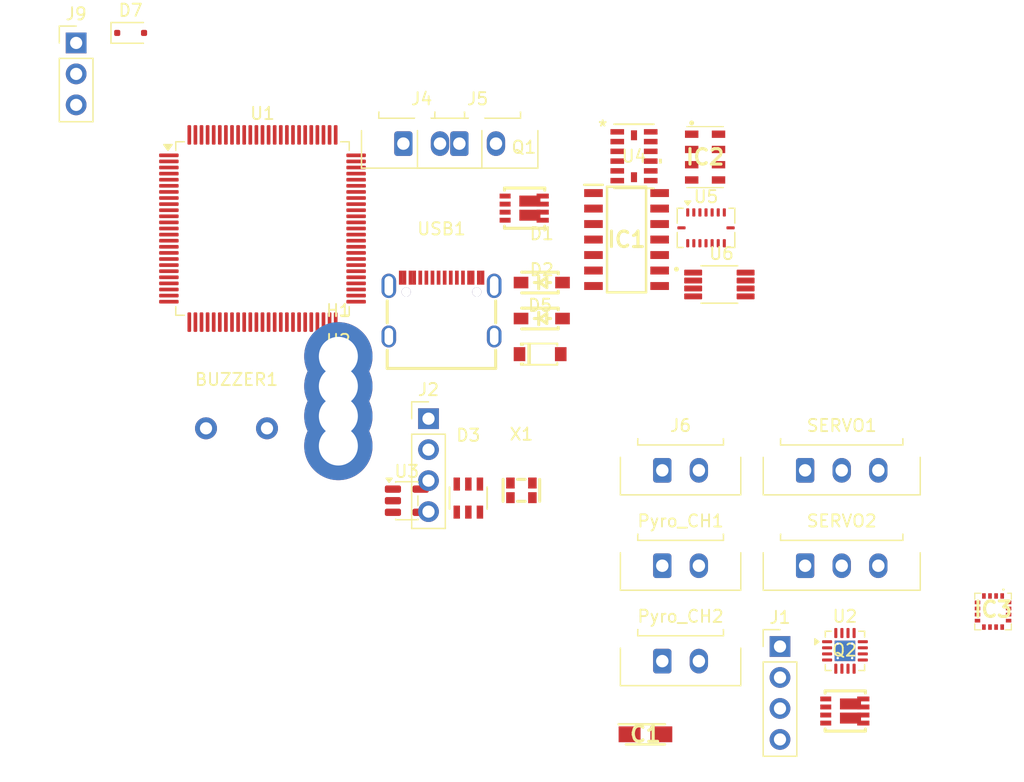
<source format=kicad_pcb>
(kicad_pcb (version 20241229) (generator "pcbnew") (generator_version "9.0")
  (layers (0 "F.Cu" signal) (2 "B.Cu" signal) (13 "F.Paste" user) (15 "B.Paste" user) (5 "F.SilkS" user "F.Silkscreen") (7 "B.SilkS" user "B.Silkscreen") (1 "F.Mask" user) (3 "B.Mask" user) (25 "Edge.Cuts" user))
  (net 0 "")
  (net 1 "+3.3V")
  (net 3 "BMI_SCK")
  (net 5 "Net-(U1-VSS-Pad10)")
  (net 7 "LoRa_MOSI")
  (net 10 "ADXL_MISO")
  (net 11 "LoRa_SCK")
  (net 15 "LoRa_MISO")
  (net 21 "LoRa_NSS")
  (net 34 "BMI_MISO")
  (net 42 "BMI_MOSI")
  (net 45 "ADXL_MOSI")
  (net 50 "Net-(BUZZER1-Pad1)")
  (net 55 "VBUS_out")
  (net 59 "PYRO_B")
  (net 84 "ADXL_SCLK")
  (net 85 "ADXL_CS")
  (net 86 "ADXL_INT2")
  (net 87 "ADXL_INT1")
  (net 88 "MS_SDO")
  (net 89 "MS_SDI")
  (net 90 "MS_CS")
  (net 91 "MMC_SCK")
  (net 92 "MMC_SDA")
  (net 93 "MMC_INT")
  (net 94 "TMP_ALERT")
  (net 95 "TMP_SDA")
  (net 96 "TMP_SCL")
  (net 97 "BMI_Accel_INT2")
  (net 98 "BMI_Gyro_INT2")
  (net 99 "BMI_Accel_INT1")
  (net 100 "BMI_Gyro_INT1")
  (net 101 "BMI_GYRO_CS")
  (net 102 "BMI_Accel_CS")
  (net 103 "BUZZER")
  (net 104 "USB_DN")
  (net 105 "/PWM_PD")
  (net 106 "PWM_B")
  (net 107 "D-")
  (net 108 "VBUS")
  (net 109 "SERVO_B")
  (net 110 "USB_DP")
  (net 111 "D+")
  (net 112 "PYRO_A")
  (net 113 "VBUSout")
  (net 114 "Net-(X1-Output)")
  (net 115 "+5V")
  (net 116 "BAT_LEVEL")
  (net 117 "PYRO")
  (net 118 "COMPANION_TX")
  (net 119 "VBAT+")
  (net 120 "COMPANION_RX")
  (net 121 "SWDIO")
  (net 127 "Net-(USB1-CC2)")
  (net 129 "Net-(USB1-CC1)")
  (net 130 "SWCLK")
  (net 131 "PWM_D")
  (net 132 "PWM_A")
  (net 137 "Net-(IC3-CAP)")
  (net 142 "ServoPow")
  (net 143 "GNSS_RX")
  (net 144 "GNSS_TX")
  (net 145 "Net-(Pyro_CH1-Pin_2)")
  (net 146 "Net-(Pyro_CH2-Pin_2)")
  (net 152 "SERVO_A")
  (net 153 "Net-(U2-SS{slash}TR)")
  (net 154 "Net-(L1-Pad1)")
  (net 155 "Net-(U2-PG)")
  (net 156 "Net-(D7-K)")
  (footprint "EasyEDA:POWER-1212-8_L3.3-W3.3-P0.66-LS3.3-BL" (layer "F.Cu") (at 154.09 145.89)
    (property "Reference" "Q2" (at 0 -4.99 0) (layer "F.SilkS"))
    (property "Value" "SI7232DN-T1-GE3")
    (pad "1" smd rect (at -1.54 -0.99) (size 0.9 0.4) (layers "F.Cu" "F.Mask" "F.Paste"))
    (pad "2" smd rect (at -1.54 -0.33) (size 0.9 0.4) (layers "F.Cu" "F.Mask" "F.Paste"))
    (pad "3" smd rect (at -1.54 0.33) (size 0.9 0.4) (layers "F.Cu" "F.Mask" "F.Paste") (net 59 "PYRO_B"))
    (pad "4" smd rect (at -1.54 0.99) (size 0.9 0.4) (layers "F.Cu" "F.Mask" "F.Paste") (net 103 "BUZZER"))
    (pad "5" smd rect (at 1.54 0.99) (size 1 0.4) (layers "F.Cu" "F.Mask" "F.Paste") (net 50 "Net-(BUZZER1-Pad1)"))
    (pad "6" smd rect (at 0.49 0.58) (size 1.73 0.9) (layers "F.Cu" "F.Mask" "F.Paste") (net 50 "Net-(BUZZER1-Pad1)"))
    (pad "6" smd rect (at 1.54 0.33) (size 1 0.4) (layers "F.Cu" "F.Mask" "F.Paste") (net 50 "Net-(BUZZER1-Pad1)"))
    (pad "7" smd rect (at 1.54 -0.33) (size 1 0.4) (layers "F.Cu" "F.Mask" "F.Paste"))
    (pad "8" smd rect (at 0.49 -0.58) (size 1.73 0.9) (layers "F.Cu" "F.Mask" "F.Paste"))
    (pad "8" smd rect (at 1.54 -0.99) (size 1 0.4) (layers "F.Cu" "F.Mask" "F.Paste"))
  )
  (footprint "Connector_Molex:Molex_Micro-Fit_3.0_43650-0315_1x03_P3.00mm_Vertical" (layer "F.Cu") (at 150.86 133.98)
    (property "Reference" "SERVO2" (at 3 -3.67 0) (layer "F.SilkS"))
    (property "Value" "Conn_01x03_Pin")
    (pad "" np_thru_hole circle (at -3 -1.96) (size 1.27 1.27) (drill 1.27) (layers "*.Cu" "*.Mask"))
    (pad "" np_thru_hole circle (at 9 -1.96) (size 1.27 1.27) (drill 1.27) (layers "*.Cu" "*.Mask"))
    (pad "1" thru_hole roundrect (at 0 0) (size 1.5 2.02) (drill 1.02) (layers "*.Cu" "*.Mask") (roundrect_rratio 0.166667) (net 109 "SERVO_B"))
    (pad "2" thru_hole oval (at 3 0) (size 1.5 2.02) (drill 1.02) (layers "*.Cu" "*.Mask") (net 142 "ServoPow"))
    (pad "3" thru_hole oval (at 6 0) (size 1.5 2.02) (drill 1.02) (layers "*.Cu" "*.Mask") (net 59 "PYRO_B"))
  )
  (footprint "MountingHole:MountingHole_3.2mm_M3_DIN965_Pad" (layer "F.Cu") (at 112.595 116.815)
    (property "Reference" "H1" (at 0 -3.75 0) (layer "F.SilkS"))
    (property "Value" "MountingHole_Pad")
    (pad "1" thru_hole circle (at 0 0) (size 5.6 5.6) (drill 3.2) (layers "*.Cu" "*.Mask") (net 59 "PYRO_B"))
  )
  (footprint "Connector_Molex:Molex_Micro-Fit_3.0_43650-0215_1x02_P3.00mm_Vertical" (layer "F.Cu") (at 139.15 126.16)
    (property "Reference" "J6" (at 1.5 -3.67 0) (layer "F.SilkS"))
    (property "Value" "Molex Microfit")
    (pad "" np_thru_hole circle (at -3 -1.96) (size 1.27 1.27) (drill 1.27) (layers "*.Cu" "*.Mask"))
    (pad "" np_thru_hole circle (at 6 -1.96) (size 1.27 1.27) (drill 1.27) (layers "*.Cu" "*.Mask"))
    (pad "1" thru_hole roundrect (at 0 0) (size 1.5 2.02) (drill 1.02) (layers "*.Cu" "*.Mask") (roundrect_rratio 0.166667) (net 59 "PYRO_B"))
    (pad "2" thru_hole oval (at 3 0) (size 1.5 2.02) (drill 1.02) (layers "*.Cu" "*.Mask") (net 142 "ServoPow"))
  )
  (footprint "MountingHole:MountingHole_3.2mm_M3_DIN965_Pad" (layer "F.Cu") (at 112.595 119.265)
    (property "Reference" "H2" (at 0 -3.75 0) (layer "F.SilkS"))
    (property "Value" "MountingHole_Pad")
    (pad "1" thru_hole circle (at 0 0) (size 5.6 5.6) (drill 3.2) (layers "*.Cu" "*.Mask") (net 59 "PYRO_B"))
  )
  (footprint "EasyEDA:SOD-123_L2.7-W1.6-LS3.7-RD-1" (layer "F.Cu") (at 129.27 110.765)
    (property "Reference" "D1" (at 0 -4 0) (layer "F.SilkS"))
    (property "Value" "NRVB120VLSFT1G")
    (pad "1" smd rect (at -1.7 0) (size 1.2 0.95) (layers "F.Cu" "F.Mask" "F.Paste") (net 113 "VBUSout"))
    (pad "2" smd rect (at 1.7 0) (size 1.2 0.95) (layers "F.Cu" "F.Mask" "F.Paste") (net 108 "VBUS"))
  )
  (footprint "EasyEDA:SOD-123_L2.8-W1.8-LS3.7-RD" (layer "F.Cu") (at 129.135 116.635)
    (property "Reference" "D5" (at 0 -4 0) (layer "F.SilkS"))
    (property "Value" "MMSZ4683T1G")
    (pad "1" smd rect (at -1.69 0) (size 0.95 1.15) (layers "F.Cu" "F.Mask" "F.Paste") (net 116 "BAT_LEVEL"))
    (pad "2" smd rect (at 1.69 0) (size 0.95 1.15) (layers "F.Cu" "F.Mask" "F.Paste") (net 59 "PYRO_B"))
  )
  (footprint "EasyEDA:SOT-23-6_L2.9-W1.6-P0.95-LS2.8-BL" (layer "F.Cu") (at 123.25 128.435)
    (property "Reference" "D3" (at 0 -5.15 0) (layer "F.SilkS"))
    (property "Value" "USBLC6-2SC6")
    (pad "1" smd rect (at -0.95 1.15) (size 0.53 1.07) (layers "F.Cu" "F.Mask" "F.Paste") (net 111 "D+"))
    (pad "2" smd rect (at 0 1.15) (size 0.53 1.07) (layers "F.Cu" "F.Mask" "F.Paste") (net 59 "PYRO_B"))
    (pad "3" smd rect (at 0.95 1.15) (size 0.53 1.07) (layers "F.Cu" "F.Mask" "F.Paste") (net 107 "D-"))
    (pad "4" smd rect (at 0.95 -1.15) (size 0.53 1.07) (layers "F.Cu" "F.Mask" "F.Paste") (net 104 "USB_DN"))
    (pad "5" smd rect (at 0 -1.15) (size 0.53 1.07) (layers "F.Cu" "F.Mask" "F.Paste") (net 108 "VBUS"))
    (pad "6" smd rect (at -0.95 -1.15) (size 0.53 1.07) (layers "F.Cu" "F.Mask" "F.Paste") (net 110 "USB_DP"))
  )
  (footprint "MountingHole:MountingHole_3.2mm_M3_DIN965_Pad" (layer "F.Cu") (at 112.595 124.165)
    (property "Reference" "H4" (at 0 -3.75 0) (layer "F.SilkS"))
    (property "Value" "MountingHole_Pad")
    (pad "1" thru_hole circle (at 0 0) (size 5.6 5.6) (drill 3.2) (layers "*.Cu" "*.Mask") (net 59 "PYRO_B"))
  )
  (footprint "EasyEDA:OSC-SMD_4P-L2.0-W1.6-BL_1XXD" (layer "F.Cu") (at 127.6 127.8)
    (property "Reference" "X1" (at 0 -4.6 0) (layer "F.SilkS"))
    (property "Value" "1XXD32000MBA")
    (pad "1" smd rect (at -0.9 0.6 270) (size 0.9 0.7) (layers "F.Cu" "F.Mask" "F.Paste") (net 59 "PYRO_B"))
    (pad "2" smd rect (at 0.9 0.6 270) (size 0.9 0.7) (layers "F.Cu" "F.Mask" "F.Paste") (net 59 "PYRO_B"))
    (pad "3" smd rect (at 0.9 -0.6 270) (size 0.9 0.7) (layers "F.Cu" "F.Mask" "F.Paste") (net 114 "Net-(X1-Output)"))
    (pad "4" smd rect (at -0.9 -0.6 270) (size 0.9 0.7) (layers "F.Cu" "F.Mask" "F.Paste") (net 1 "+3.3V"))
  )
  (footprint "F930J107MAA:CAPPM3216X180N" (layer "F.Cu") (at 137.77 147.8)
    (property "Reference" "C1" (at 0 0 0) (layer "F.SilkS") (effects (font (size 1.27 1.27) (thickness 0.254))))
    (property "Value" "F930J107MAA" (hide yes))
    (pad "1" smd rect (at -1.3 0 90) (size 1.3 1.8) (layers "F.Cu" "F.Mask" "F.Paste") (net 115 "+5V"))
    (pad "2" smd rect (at 1.3 0 90) (size 1.3 1.8) (layers "F.Cu" "F.Mask" "F.Paste") (net 59 "PYRO_B"))
  )
  (footprint "MS560702BA03:MS5607-02BA03" (layer "F.Cu") (at 142.66 100.48)
    (property "Reference" "IC2" (at 0 0 0) (layer "F.SilkS") (effects (font (size 1.27 1.27) (thickness 0.254))))
    (property "Value" "MS560702BA03-50" (hide yes))
    (pad "1" smd rect (at -1.1 -1.875 90) (size 0.6 1.1) (layers "F.Cu" "F.Mask" "F.Paste") (net 1 "+3.3V"))
    (pad "2" smd rect (at -1.1 -0.625 90) (size 0.6 1.1) (layers "F.Cu" "F.Mask" "F.Paste") (net 59 "PYRO_B"))
    (pad "3" smd rect (at -1.1 0.625 90) (size 0.6 1.1) (layers "F.Cu" "F.Mask" "F.Paste") (net 59 "PYRO_B"))
    (pad "4" smd rect (at -1.1 1.875 90) (size 0.6 1.1) (layers "F.Cu" "F.Mask" "F.Paste"))
    (pad "5" smd rect (at 1.1 1.875 90) (size 0.6 1.1) (layers "F.Cu" "F.Mask" "F.Paste") (net 90 "MS_CS"))
    (pad "6" smd rect (at 1.1 0.625 90) (size 0.6 1.1) (layers "F.Cu" "F.Mask" "F.Paste") (net 88 "MS_SDO"))
    (pad "7" smd rect (at 1.1 -0.625 90) (size 0.6 1.1) (layers "F.Cu" "F.Mask" "F.Paste") (net 89 "MS_SDI"))
    (pad "8" smd rect (at 1.1 -1.875 90) (size 0.6 1.1) (layers "F.Cu" "F.Mask" "F.Paste") (net 84 "ADXL_SCLK"))
  )
  (footprint "Connector_Molex:Molex_Micro-Fit_3.0_43650-0215_1x02_P3.00mm_Vertical" (layer "F.Cu") (at 122.515 99.375)
    (property "Reference" "J5" (at 1.5 -3.67 0) (layer "F.SilkS"))
    (property "Value" "Molex Microfit")
    (pad "" np_thru_hole circle (at -3 -1.96) (size 1.27 1.27) (drill 1.27) (layers "*.Cu" "*.Mask"))
    (pad "" np_thru_hole circle (at 6 -1.96) (size 1.27 1.27) (drill 1.27) (layers "*.Cu" "*.Mask"))
    (pad "1" thru_hole roundrect (at 0 0) (size 1.5 2.02) (drill 1.02) (layers "*.Cu" "*.Mask") (roundrect_rratio 0.166667) (net 59 "PYRO_B"))
    (pad "2" thru_hole oval (at 3 0) (size 1.5 2.02) (drill 1.02) (layers "*.Cu" "*.Mask") (net 117 "PYRO"))
  )
  (footprint "Connector_PinHeader_2.54mm:PinHeader_1x04_P2.54mm_Vertical" (layer "F.Cu") (at 148.8 140.6)
    (property "Reference" "J1" (at 0 -2.38 0) (layer "F.SilkS"))
    (property "Value" "Companion")
    (pad "1" thru_hole rect (at 0 0) (size 1.7 1.7) (drill 1) (layers "*.Cu" "*.Mask") (net 1 "+3.3V"))
    (pad "2" thru_hole circle (at 0 2.54) (size 1.7 1.7) (drill 1) (layers "*.Cu" "*.Mask") (net 120 "COMPANION_RX"))
    (pad "3" thru_hole circle (at 0 5.08) (size 1.7 1.7) (drill 1) (layers "*.Cu" "*.Mask") (net 118 "COMPANION_TX"))
    (pad "4" thru_hole circle (at 0 7.62) (size 1.7 1.7) (drill 1) (layers "*.Cu" "*.Mask") (net 59 "PYRO_B"))
  )
  (footprint "SN74HCT125DRG4:SOIC127P600X175-14N" (layer "F.Cu") (at 136.22 107.24)
    (property "Reference" "IC1" (at 0 0 0) (layer "F.SilkS") (effects (font (size 1.27 1.27) (thickness 0.254))))
    (property "Value" "SN74HCT125DRG4" (hide yes))
    (pad "1" smd rect (at -2.712 -3.81 90) (size 0.65 1.525) (layers "F.Cu" "F.Mask" "F.Paste") (net 105 "/PWM_PD"))
    (pad "2" smd rect (at -2.712 -2.54 90) (size 0.65 1.525) (layers "F.Cu" "F.Mask" "F.Paste") (net 132 "PWM_A"))
    (pad "3" smd rect (at -2.712 -1.27 90) (size 0.65 1.525) (layers "F.Cu" "F.Mask" "F.Paste") (net 112 "PYRO_A"))
    (pad "4" smd rect (at -2.712 0 90) (size 0.65 1.525) (layers "F.Cu" "F.Mask" "F.Paste") (net 105 "/PWM_PD"))
    (pad "5" smd rect (at -2.712 1.27 90) (size 0.65 1.525) (layers "F.Cu" "F.Mask" "F.Paste") (net 106 "PWM_B"))
    (pad "6" smd rect (at -2.712 2.54 90) (size 0.65 1.525) (layers "F.Cu" "F.Mask" "F.Paste") (net 59 "PYRO_B"))
    (pad "7" smd rect (at -2.712 3.81 90) (size 0.65 1.525) (layers "F.Cu" "F.Mask" "F.Paste") (net 59 "PYRO_B"))
    (pad "8" smd rect (at 2.712 3.81 90) (size 0.65 1.525) (layers "F.Cu" "F.Mask" "F.Paste") (net 109 "SERVO_B"))
    (pad "9" smd rect (at 2.712 2.54 90) (size 0.65 1.525) (layers "F.Cu" "F.Mask" "F.Paste") (net 131 "PWM_D"))
    (pad "10" smd rect (at 2.712 1.27 90) (size 0.65 1.525) (layers "F.Cu" "F.Mask" "F.Paste") (net 105 "/PWM_PD"))
    (pad "11" smd rect (at 2.712 0 90) (size 0.65 1.525) (layers "F.Cu" "F.Mask" "F.Paste") (net 109 "SERVO_B"))
    (pad "12" smd rect (at 2.712 -1.27 90) (size 0.65 1.525) (layers "F.Cu" "F.Mask" "F.Paste") (net 131 "PWM_D"))
    (pad "13" smd rect (at 2.712 -2.54 90) (size 0.65 1.525) (layers "F.Cu" "F.Mask" "F.Paste") (net 105 "/PWM_PD"))
    (pad "14" smd rect (at 2.712 -3.81 90) (size 0.65 1.525) (layers "F.Cu" "F.Mask" "F.Paste") (net 115 "+5V"))
  )
  (footprint "Package_TO_SOT_SMD:SOT-23-5" (layer "F.Cu") (at 118.205 128.65)
    (property "Reference" "U3" (at 0 -2.4 0) (layer "F.SilkS"))
    (property "Value" "TLV75733PDBV")
    (pad "1" smd roundrect (at -1.1375 -0.95) (size 1.325 0.6) (layers "F.Cu" "F.Mask" "F.Paste") (net 113 "VBUSout"))
    (pad "2" smd roundrect (at -1.1375 0) (size 1.325 0.6) (layers "F.Cu" "F.Mask" "F.Paste") (net 59 "PYRO_B"))
    (pad "3" smd roundrect (at -1.1375 0.95) (size 1.325 0.6) (layers "F.Cu" "F.Mask" "F.Paste") (net 113 "VBUSout"))
    (pad "4" smd roundrect (at 1.1375 0.95) (size 1.325 0.6) (layers "F.Cu" "F.Mask" "F.Paste"))
    (pad "5" smd roundrect (at 1.1375 -0.95) (size 1.325 0.6) (layers "F.Cu" "F.Mask" "F.Paste") (net 1 "+3.3V"))
  )
  (footprint "EasyEDA:POWER-1212-8_L3.3-W3.3-P0.66-LS3.3-BL" (layer "F.Cu") (at 127.805 104.665)
    (property "Reference" "Q1" (at 0 -4.99 0) (layer "F.SilkS"))
    (property "Value" "SI7232DN-T1-GE3")
    (pad "1" smd rect (at -1.54 -0.99) (size 0.9 0.4) (layers "F.Cu" "F.Mask" "F.Paste") (net 59 "PYRO_B"))
    (pad "2" smd rect (at -1.54 -0.33) (size 0.9 0.4) (layers "F.Cu" "F.Mask" "F.Paste") (net 112 "PYRO_A"))
    (pad "3" smd rect (at -1.54 0.33) (size 0.9 0.4) (layers "F.Cu" "F.Mask" "F.Paste") (net 59 "PYRO_B"))
    (pad "4" smd rect (at -1.54 0.99) (size 0.9 0.4) (layers "F.Cu" "F.Mask" "F.Paste") (net 59 "PYRO_B"))
    (pad "5" smd rect (at 1.54 0.99) (size 1 0.4) (layers "F.Cu" "F.Mask" "F.Paste") (net 146 "Net-(Pyro_CH2-Pin_2)"))
    (pad "6" smd rect (at 0.49 0.58) (size 1.73 0.9) (layers "F.Cu" "F.Mask" "F.Paste") (net 146 "Net-(Pyro_CH2-Pin_2)"))
    (pad "6" smd rect (at 1.54 0.33) (size 1 0.4) (layers "F.Cu" "F.Mask" "F.Paste") (net 146 "Net-(Pyro_CH2-Pin_2)"))
    (pad "7" smd rect (at 1.54 -0.33) (size 1 0.4) (layers "F.Cu" "F.Mask" "F.Paste") (net 145 "Net-(Pyro_CH1-Pin_2)"))
    (pad "8" smd rect (at 0.49 -0.58) (size 1.73 0.9) (layers "F.Cu" "F.Mask" "F.Paste") (net 145 "Net-(Pyro_CH1-Pin_2)"))
    (pad "8" smd rect (at 1.54 -0.99) (size 1 0.4) (layers "F.Cu" "F.Mask" "F.Paste") (net 145 "Net-(Pyro_CH1-Pin_2)"))
  )
  (footprint "Connector_Molex:Molex_Micro-Fit_3.0_43650-0215_1x02_P3.00mm_Vertical" (layer "F.Cu") (at 139.15 133.98)
    (property "Reference" "Pyro_CH1" (at 1.5 -3.67 0) (layer "F.SilkS"))
    (property "Value" "Molex Microfit")
    (pad "" np_thru_hole circle (at -3 -1.96) (size 1.27 1.27) (drill 1.27) (layers "*.Cu" "*.Mask"))
    (pad "" np_thru_hole circle (at 6 -1.96) (size 1.27 1.27) (drill 1.27) (layers "*.Cu" "*.Mask"))
    (pad "1" thru_hole roundrect (at 0 0) (size 1.5 2.02) (drill 1.02) (layers "*.Cu" "*.Mask") (roundrect_rratio 0.166667) (net 117 "PYRO"))
    (pad "2" thru_hole oval (at 3 0) (size 1.5 2.02) (drill 1.02) (layers "*.Cu" "*.Mask") (net 145 "Net-(Pyro_CH1-Pin_2)"))
  )
  (footprint "Connector_Molex:Molex_Micro-Fit_3.0_43650-0315_1x03_P3.00mm_Vertical" (layer "F.Cu") (at 150.86 126.16)
    (property "Reference" "SERVO1" (at 3 -3.67 0) (layer "F.SilkS"))
    (property "Value" "Conn_01x03_Pin")
    (pad "" np_thru_hole circle (at -3 -1.96) (size 1.27 1.27) (drill 1.27) (layers "*.Cu" "*.Mask"))
    (pad "" np_thru_hole circle (at 9 -1.96) (size 1.27 1.27) (drill 1.27) (layers "*.Cu" "*.Mask"))
    (pad "1" thru_hole roundrect (at 0 0) (size 1.5 2.02) (drill 1.02) (layers "*.Cu" "*.Mask") (roundrect_rratio 0.166667) (net 152 "SERVO_A"))
    (pad "2" thru_hole oval (at 3 0) (size 1.5 2.02) (drill 1.02) (layers "*.Cu" "*.Mask") (net 142 "ServoPow"))
    (pad "3" thru_hole oval (at 6 0) (size 1.5 2.02) (drill 1.02) (layers "*.Cu" "*.Mask") (net 59 "PYRO_B"))
  )
  (footprint "footprints:LGA_CC-14-1_ADI" (layer "F.Cu") (at 136.830001 100.4102)
    (property "Reference" "U4" (at 0 0 0) (layer "F.SilkS"))
    (property "Value" "ADXL375BCCZ-RL7")
    (fp_text user "*" (at -2.5648 -2.4 0) (layer "F.SilkS"))
    (fp_text user "*" (at -2.5648 -2.4 0) (layer "F.SilkS"))
    (pad "1" smd rect (at -1.370901 -2.000001 90) (size 0.4492 1.1178) (layers "F.Cu" "F.Mask" "F.Paste") (net 1 "+3.3V"))
    (pad "2" smd rect (at -1.370901 -1.2 90) (size 0.4492 1.1178) (layers "F.Cu" "F.Mask" "F.Paste") (net 59 "PYRO_B"))
    (pad "3" smd rect (at -1.370901 -0.399999 90) (size 0.4492 1.1178) (layers "F.Cu" "F.Mask" "F.Paste"))
    (pad "4" smd rect (at -1.370901 0.399999 90) (size 0.4492 1.1178) (layers "F.Cu" "F.Mask" "F.Paste") (net 59 "PYRO_B"))
    (pad "5" smd rect (at -1.370901 1.2 90) (size 0.4492 1.1178) (layers "F.Cu" "F.Mask" "F.Paste") (net 59 "PYRO_B"))
    (pad "6" smd rect (at -1.370901 1.999999 90) (size 0.4492 1.1178) (layers "F.Cu" "F.Mask" "F.Paste") (net 1 "+3.3V"))
    (pad "7" smd rect (at 0 1.718498) (size 0.5 0.813) (layers "F.Cu" "F.Mask" "F.Paste") (net 85 "ADXL_CS"))
    (pad "8" smd rect (at 1.370901 2.000001 90) (size 0.4492 1.1178) (layers "F.Cu" "F.Mask" "F.Paste") (net 87 "ADXL_INT1"))
    (pad "9" smd rect (at 1.370901 1.2 90) (size 0.4492 1.1178) (layers "F.Cu" "F.Mask" "F.Paste") (net 86 "ADXL_INT2"))
    (pad "10" smd rect (at 1.370901 0.399999 90) (size 0.4492 1.1178) (layers "F.Cu" "F.Mask" "F.Paste"))
    (pad "11" smd rect (at 1.370901 -0.399999 90) (size 0.4492 1.1178) (layers "F.Cu" "F.Mask" "F.Paste"))
    (pad "12" smd rect (at 1.370901 -1.2 90) (size 0.4492 1.1178) (layers "F.Cu" "F.Mask" "F.Paste") (net 45 "ADXL_MOSI"))
    (pad "13" smd rect (at 1.370901 -1.999999 90) (size 0.4492 1.1178) (layers "F.Cu" "F.Mask" "F.Paste") (net 10 "ADXL_MISO"))
    (pad "14" smd rect (at 0 -1.718498) (size 0.5 0.813) (layers "F.Cu" "F.Mask" "F.Paste") (net 84 "ADXL_SCLK"))
  )
  (footprint "Package_LGA:Bosch_LGA-16_4.5x3mm_P0.5mm_LayoutBorder7x1y_ClockwisePinNumbering" (layer "F.Cu") (at 142.735 106.28)
    (property "Reference" "U5" (at 0 -2.55 0) (layer "F.SilkS"))
    (property "Value" "BMI088")
    (pad "1" smd roundrect (at -1.5 -1.2625) (size 0.25 0.675) (layers "F.Cu" "F.Mask" "F.Paste") (net 97 "BMI_Accel_INT2"))
    (pad "2" smd roundrect (at -1 -1.2625) (size 0.25 0.675) (layers "F.Cu" "F.Mask" "F.Paste") (net 59 "PYRO_B"))
    (pad "3" smd roundrect (at -0.5 -1.2625) (size 0.25 0.675) (layers "F.Cu" "F.Mask" "F.Paste") (net 1 "+3.3V"))
    (pad "4" smd roundrect (at 0 -1.2625) (size 0.25 0.675) (layers "F.Cu" "F.Mask" "F.Paste") (net 59 "PYRO_B"))
    (pad "5" smd roundrect (at 0.5 -1.2625) (size 0.25 0.675) (layers "F.Cu" "F.Mask" "F.Paste") (net 101 "BMI_GYRO_CS"))
    (pad "6" smd roundrect (at 1 -1.2625) (size 0.25 0.675) (layers "F.Cu" "F.Mask" "F.Paste") (net 59 "PYRO_B"))
    (pad "7" smd roundrect (at 1.5 -1.2625) (size 0.25 0.675) (layers "F.Cu" "F.Mask" "F.Paste") (net 59 "PYRO_B"))
    (pad "8" smd roundrect (at 2.0125 0) (size 0.675 0.25) (layers "F.Cu" "F.Mask" "F.Paste") (net 3 "BMI_SCK"))
    (pad "9" smd roundrect (at 1.5 1.2625) (size 0.25 0.675) (layers "F.Cu" "F.Mask" "F.Paste") (net 42 "BMI_MOSI"))
    (pad "10" smd roundrect (at 1 1.2625) (size 0.25 0.675) (layers "F.Cu" "F.Mask" "F.Paste") (net 34 "BMI_MISO"))
    (pad "11" smd roundrect (at 0.5 1.2625) (size 0.25 0.675) (layers "F.Cu" "F.Mask" "F.Paste") (net 1 "+3.3V"))
    (pad "12" smd roundrect (at 0 1.2625) (size 0.25 0.675) (layers "F.Cu" "F.Mask" "F.Paste") (net 100 "BMI_Gyro_INT1"))
    (pad "13" smd roundrect (at -0.5 1.2625) (size 0.25 0.675) (layers "F.Cu" "F.Mask" "F.Paste") (net 98 "BMI_Gyro_INT2"))
    (pad "14" smd roundrect (at -1 1.2625) (size 0.25 0.675) (layers "F.Cu" "F.Mask" "F.Paste") (net 102 "BMI_Accel_CS"))
    (pad "15" smd roundrect (at -1.5 1.2625) (size 0.25 0.675) (layers "F.Cu" "F.Mask" "F.Paste") (net 34 "BMI_MISO"))
    (pad "16" smd roundrect (at -2.0125 0) (size 0.675 0.25) (layers "F.Cu" "F.Mask" "F.Paste") (net 99 "BMI_Accel_INT1"))
  )
  (footprint "Connector_Molex:Molex_Micro-Fit_3.0_43650-0215_1x02_P3.00mm_Vertical" (layer "F.Cu") (at 117.925 99.375)
    (property "Reference" "J4" (at 1.5 -3.67 0) (layer "F.SilkS"))
    (property "Value" "Molex Microfit")
    (pad "" np_thru_hole circle (at -3 -1.96) (size 1.27 1.27) (drill 1.27) (layers "*.Cu" "*.Mask"))
    (pad "" np_thru_hole circle (at 6 -1.96) (size 1.27 1.27) (drill 1.27) (layers "*.Cu" "*.Mask"))
    (pad "1" thru_hole roundrect (at 0 0) (size 1.5 2.02) (drill 1.02) (layers "*.Cu" "*.Mask") (roundrect_rratio 0.166667) (net 59 "PYRO_B"))
    (pad "2" thru_hole oval (at 3 0) (size 1.5 2.02) (drill 1.02) (layers "*.Cu" "*.Mask") (net 115 "+5V"))
  )
  (footprint "MountingHole:MountingHole_3.2mm_M3_DIN965_Pad" (layer "F.Cu") (at 112.595 121.715)
    (property "Reference" "H3" (at 0 -3.75 0) (layer "F.SilkS"))
    (property "Value" "MountingHole_Pad")
    (pad "1" thru_hole circle (at 0 0) (size 5.6 5.6) (drill 3.2) (layers "*.Cu" "*.Mask") (net 59 "PYRO_B"))
  )
  (footprint "Package_DFN_QFN:VQFN-16-1EP_3x3mm_P0.5mm_EP1.68x1.68mm_ThermalVias" (layer "F.Cu") (at 154.125 140.96)
    (property "Reference" "U2" (at 0 -2.83 0) (layer "F.SilkS"))
    (property "Value" "TPS62153")
    (pad "1" smd roundrect (at -1.4625 -0.75) (size 0.825 0.25) (layers "F.Cu" "F.Mask" "F.Paste") (net 154 "Net-(L1-Pad1)"))
    (pad "2" smd roundrect (at -1.4625 -0.25) (size 0.825 0.25) (layers "F.Cu" "F.Mask" "F.Paste") (net 154 "Net-(L1-Pad1)"))
    (pad "3" smd roundrect (at -1.4625 0.25) (size 0.825 0.25) (layers "F.Cu" "F.Mask" "F.Paste") (net 154 "Net-(L1-Pad1)"))
    (pad "4" smd roundrect (at -1.4625 0.75) (size 0.825 0.25) (layers "F.Cu" "F.Mask" "F.Paste") (net 155 "Net-(U2-PG)"))
    (pad "5" smd roundrect (at -0.75 1.4625) (size 0.25 0.825) (layers "F.Cu" "F.Mask" "F.Paste") (net 59 "PYRO_B"))
    (pad "6" smd roundrect (at -0.25 1.4625) (size 0.25 0.825) (layers "F.Cu" "F.Mask" "F.Paste") (net 59 "PYRO_B"))
    (pad "7" smd roundrect (at 0.25 1.4625) (size 0.25 0.825) (layers "F.Cu" "F.Mask" "F.Paste") (net 59 "PYRO_B"))
    (pad "8" smd roundrect (at 0.75 1.4625) (size 0.25 0.825) (layers "F.Cu" "F.Mask" "F.Paste") (net 59 "PYRO_B"))
    (pad "9" smd roundrect (at 1.4625 0.75) (size 0.825 0.25) (layers "F.Cu" "F.Mask" "F.Paste") (net 153 "Net-(U2-SS{slash}TR)"))
    (pad "10" smd roundrect (at 1.4625 0.25) (size 0.825 0.25) (layers "F.Cu" "F.Mask" "F.Paste") (net 119 "VBAT+"))
    (pad "11" smd roundrect (at 1.4625 -0.25) (size 0.825 0.25) (layers "F.Cu" "F.Mask" "F.Paste") (net 119 "VBAT+"))
    (pad "12" smd roundrect (at 1.4625 -0.75) (size 0.825 0.25) (layers "F.Cu" "F.Mask" "F.Paste") (net 119 "VBAT+"))
    (pad "13" smd roundrect (at 0.75 -1.4625) (size 0.25 0.825) (layers "F.Cu" "F.Mask" "F.Paste") (net 119 "VBAT+"))
    (pad "14" smd roundrect (at 0.25 -1.4625) (size 0.25 0.825) (layers "F.Cu" "F.Mask" "F.Paste") (net 115 "+5V"))
    (pad "15" smd roundrect (at -0.25 -1.4625) (size 0.25 0.825) (layers "F.Cu" "F.Mask" "F.Paste") (net 59 "PYRO_B"))
    (pad "16" smd roundrect (at -0.75 -1.4625) (size 0.25 0.825) (layers "F.Cu" "F.Mask" "F.Paste") (net 59 "PYRO_B"))
    (pad "17" thru_hole circle (at -0.59 -0.59) (size 0.5 0.5) (drill 0.2) (property pad_prop_heatsink) (layers "*.Cu") (net 59 "PYRO_B"))
    (pad "17" thru_hole circle (at -0.59 0.59) (size 0.5 0.5) (drill 0.2) (property pad_prop_heatsink) (layers "*.Cu") (net 59 "PYRO_B"))
    (pad "17" smd rect (at 0 0) (size 1.68 1.68) (property pad_prop_heatsink) (layers "F.Cu" "F.Mask") (net 59 "PYRO_B"))
    (pad "17" smd rect (at 0 0) (size 1.68 1.68) (property pad_prop_heatsink) (layers "B.Cu") (net 59 "PYRO_B"))
    (pad "17" thru_hole circle (at 0.59 -0.59) (size 0.5 0.5) (drill 0.2) (property pad_prop_heatsink) (layers "*.Cu") (net 59 "PYRO_B"))
    (pad "17" thru_hole circle (at 0.59 0.59) (size 0.5 0.5) (drill 0.2) (property pad_prop_heatsink) (layers "*.Cu") (net 59 "PYRO_B"))
  )
  (footprint "Connector_PinHeader_2.54mm:PinHeader_1x03_P2.54mm_Vertical" (layer "F.Cu") (at 91.1 91.12)
    (property "Reference" "J9" (at 0 -2.38 0) (layer "F.SilkS"))
    (property "Value" "Conn_01x03_Pin")
    (pad "1" thru_hole rect (at 0 0) (size 1.7 1.7) (drill 1) (layers "*.Cu" "*.Mask") (net 143 "GNSS_RX"))
    (pad "2" thru_hole circle (at 0 2.54) (size 1.7 1.7) (drill 1) (layers "*.Cu" "*.Mask") (net 144 "GNSS_TX"))
    (pad "3" thru_hole circle (at 0 5.08) (size 1.7 1.7) (drill 1) (layers "*.Cu" "*.Mask") (net 59 "PYRO_B"))
  )
  (footprint "Connector_Molex:Molex_Micro-Fit_3.0_43650-0215_1x02_P3.00mm_Vertical" (layer "F.Cu") (at 139.15 141.8)
    (property "Reference" "Pyro_CH2" (at 1.5 -3.67 0) (layer "F.SilkS"))
    (property "Value" "Molex Microfit")
    (pad "" np_thru_hole circle (at -3 -1.96) (size 1.27 1.27) (drill 1.27) (layers "*.Cu" "*.Mask"))
    (pad "" np_thru_hole circle (at 6 -1.96) (size 1.27 1.27) (drill 1.27) (layers "*.Cu" "*.Mask"))
    (pad "1" thru_hole roundrect (at 0 0) (size 1.5 2.02) (drill 1.02) (layers "*.Cu" "*.Mask") (roundrect_rratio 0.166667) (net 117 "PYRO"))
    (pad "2" thru_hole oval (at 3 0) (size 1.5 2.02) (drill 1.02) (layers "*.Cu" "*.Mask") (net 146 "Net-(Pyro_CH2-Pin_2)"))
  )
  (footprint "MMC5983MApretty:MMC5983MA" (layer "F.Cu") (at 166.265 137.735)
    (property "Reference" "IC3" (at 0 -0.175 0) (layer "F.SilkS") (effects (font (size 1.27 1.27) (thickness 0.254))))
    (property "Value" "MMC5983MA" (hide yes))
    (pad "1" smd rect (at 0.75 -1.275) (size 0.3 0.45) (layers "F.Cu" "F.Mask" "F.Paste") (net 91 "MMC_SCK"))
    (pad "2" smd rect (at 0.25 -1.275) (size 0.3 0.45) (layers "F.Cu" "F.Mask" "F.Paste") (net 1 "+3.3V"))
    (pad "3" smd rect (at -0.25 -1.275) (size 0.3 0.45) (layers "F.Cu" "F.Mask" "F.Paste"))
    (pad "4" smd rect (at -0.75 -1.275) (size 0.3 0.45) (layers "F.Cu" "F.Mask" "F.Paste") (net 1 "+3.3V"))
    (pad "5" smd rect (at -1.275 -0.75 90) (size 0.3 0.45) (layers "F.Cu" "F.Mask" "F.Paste"))
    (pad "6" smd rect (at -1.275 -0.25 90) (size 0.3 0.45) (layers "F.Cu" "F.Mask" "F.Paste"))
    (pad "7" smd rect (at -1.275 0.25 90) (size 0.3 0.45) (layers "F.Cu" "F.Mask" "F.Paste"))
    (pad "8" smd rect (at -1.275 0.75 90) (size 0.3 0.45) (layers "F.Cu" "F.Mask" "F.Paste"))
    (pad "9" smd rect (at -0.75 1.275) (size 0.3 0.45) (layers "F.Cu" "F.Mask" "F.Paste") (net 59 "PYRO_B"))
    (pad "10" smd rect (at -0.25 1.275) (size 0.3 0.45) (layers "F.Cu" "F.Mask" "F.Paste") (net 137 "Net-(IC3-CAP)"))
    (pad "11" smd rect (at 0.25 1.275) (size 0.3 0.45) (layers "F.Cu" "F.Mask" "F.Paste") (net 59 "PYRO_B"))
    (pad "12" smd rect (at 0.75 1.275) (size 0.3 0.45) (layers "F.Cu" "F.Mask" "F.Paste"))
    (pad "13" smd rect (at 1.275 0.75 90) (size 0.3 0.45) (layers "F.Cu" "F.Mask" "F.Paste") (net 1 "+3.3V"))
    (pad "14" smd rect (at 1.275 0.25 90) (size 0.3 0.45) (layers "F.Cu" "F.Mask" "F.Paste"))
    (pad "15" smd rect (at 1.275 -0.25 90) (size 0.3 0.45) (layers "F.Cu" "F.Mask" "F.Paste") (net 93 "MMC_INT"))
    (pad "16" smd rect (at 1.275 -0.75 90) (size 0.3 0.45) (layers "F.Cu" "F.Mask" "F.Paste") (net 92 "MMC_SDA"))
  )
  (footprint "Package_QFP:LQFP-100_14x14mm_P0.5mm" (layer "F.Cu") (at 106.375 106.335)
    (property "Reference" "U1" (at 0 -9.43 0) (layer "F.SilkS"))
    (property "Value" "STM32U575VGTx")
    (pad "1" smd roundrect (at -7.675 -6) (size 1.6 0.3) (layers "F.Cu" "F.Mask" "F.Paste"))
    (pad "2" smd roundrect (at -7.675 -5.5) (size 1.6 0.3) (layers "F.Cu" "F.Mask" "F.Paste"))
    (pad "3" smd roundrect (at -7.675 -5) (size 1.6 0.3) (layers "F.Cu" "F.Mask" "F.Paste"))
    (pad "4" smd roundrect (at -7.675 -4.5) (size 1.6 0.3) (layers "F.Cu" "F.Mask" "F.Paste"))
    (pad "5" smd roundrect (at -7.675 -4) (size 1.6 0.3) (layers "F.Cu" "F.Mask" "F.Paste"))
    (pad "6" smd roundrect (at -7.675 -3.5) (size 1.6 0.3) (layers "F.Cu" "F.Mask" "F.Paste"))
    (pad "7" smd roundrect (at -7.675 -3) (size 1.6 0.3) (layers "F.Cu" "F.Mask" "F.Paste"))
    (pad "8" smd roundrect (at -7.675 -2.5) (size 1.6 0.3) (layers "F.Cu" "F.Mask" "F.Paste"))
    (pad "9" smd roundrect (at -7.675 -2) (size 1.6 0.3) (layers "F.Cu" "F.Mask" "F.Paste"))
    (pad "10" smd roundrect (at -7.675 -1.5) (size 1.6 0.3) (layers "F.Cu" "F.Mask" "F.Paste") (net 5 "Net-(U1-VSS-Pad10)"))
    (pad "11" smd roundrect (at -7.675 -1) (size 1.6 0.3) (layers "F.Cu" "F.Mask" "F.Paste"))
    (pad "12" smd roundrect (at -7.675 -0.5) (size 1.6 0.3) (layers "F.Cu" "F.Mask" "F.Paste"))
    (pad "13" smd roundrect (at -7.675 0) (size 1.6 0.3) (layers "F.Cu" "F.Mask" "F.Paste"))
    (pad "14" smd roundrect (at -7.675 0.5) (size 1.6 0.3) (layers "F.Cu" "F.Mask" "F.Paste"))
    (pad "15" smd roundrect (at -7.675 1) (size 1.6 0.3) (layers "F.Cu" "F.Mask" "F.Paste"))
    (pad "16" smd roundrect (at -7.675 1.5) (size 1.6 0.3) (layers "F.Cu" "F.Mask" "F.Paste"))
    (pad "17" smd roundrect (at -7.675 2) (size 1.6 0.3) (layers "F.Cu" "F.Mask" "F.Paste"))
    (pad "18" smd roundrect (at -7.675 2.5) (size 1.6 0.3) (layers "F.Cu" "F.Mask" "F.Paste"))
    (pad "19" smd roundrect (at -7.675 3) (size 1.6 0.3) (layers "F.Cu" "F.Mask" "F.Paste"))
    (pad "20" smd roundrect (at -7.675 3.5) (size 1.6 0.3) (layers "F.Cu" "F.Mask" "F.Paste"))
    (pad "21" smd roundrect (at -7.675 4) (size 1.6 0.3) (layers "F.Cu" "F.Mask" "F.Paste"))
    (pad "22" smd roundrect (at -7.675 4.5) (size 1.6 0.3) (layers "F.Cu" "F.Mask" "F.Paste"))
    (pad "23" smd roundrect (at -7.675 5) (size 1.6 0.3) (layers "F.Cu" "F.Mask" "F.Paste"))
    (pad "24" smd roundrect (at -7.675 5.5) (size 1.6 0.3) (layers "F.Cu" "F.Mask" "F.Paste"))
    (pad "25" smd roundrect (at -7.675 6) (size 1.6 0.3) (layers "F.Cu" "F.Mask" "F.Paste"))
    (pad "26" smd roundrect (at -6 7.675) (size 0.3 1.6) (layers "F.Cu" "F.Mask" "F.Paste"))
    (pad "27" smd roundrect (at -5.5 7.675) (size 0.3 1.6) (layers "F.Cu" "F.Mask" "F.Paste") (net 5 "Net-(U1-VSS-Pad10)"))
    (pad "28" smd roundrect (at -5 7.675) (size 0.3 1.6) (layers "F.Cu" "F.Mask" "F.Paste"))
    (pad "29" smd roundrect (at -4.5 7.675) (size 0.3 1.6) (layers "F.Cu" "F.Mask" "F.Paste") (net 21 "LoRa_NSS"))
    (pad "30" smd roundrect (at -4 7.675) (size 0.3 1.6) (layers "F.Cu" "F.Mask" "F.Paste") (net 11 "LoRa_SCK"))
    (pad "31" smd roundrect (at -3.5 7.675) (size 0.3 1.6) (layers "F.Cu" "F.Mask" "F.Paste") (net 15 "LoRa_MISO"))
    (pad "32" smd roundrect (at -3 7.675) (size 0.3 1.6) (layers "F.Cu" "F.Mask" "F.Paste") (net 7 "LoRa_MOSI"))
    (pad "33" smd roundrect (at -2.5 7.675) (size 0.3 1.6) (layers "F.Cu" "F.Mask" "F.Paste"))
    (pad "34" smd roundrect (at -2 7.675) (size 0.3 1.6) (layers "F.Cu" "F.Mask" "F.Paste"))
    (pad "35" smd roundrect (at -1.5 7.675) (size 0.3 1.6) (layers "F.Cu" "F.Mask" "F.Paste"))
    (pad "36" smd roundrect (at -1 7.675) (size 0.3 1.6) (layers "F.Cu" "F.Mask" "F.Paste"))
    (pad "37" smd roundrect (at -0.5 7.675) (size 0.3 1.6) (layers "F.Cu" "F.Mask" "F.Paste"))
    (pad "38" smd roundrect (at 0 7.675) (size 0.3 1.6) (layers "F.Cu" "F.Mask" "F.Paste"))
    (pad "39" smd roundrect (at 0.5 7.675) (size 0.3 1.6) (layers "F.Cu" "F.Mask" "F.Paste"))
    (pad "40" smd roundrect (at 1 7.675) (size 0.3 1.6) (layers "F.Cu" "F.Mask" "F.Paste"))
    (pad "41" smd roundrect (at 1.5 7.675) (size 0.3 1.6) (layers "F.Cu" "F.Mask" "F.Paste"))
    (pad "42" smd roundrect (at 2 7.675) (size 0.3 1.6) (layers "F.Cu" "F.Mask" "F.Paste"))
    (pad "43" smd roundrect (at 2.5 7.675) (size 0.3 1.6) (layers "F.Cu" "F.Mask" "F.Paste"))
    (pad "44" smd roundrect (at 3 7.675) (size 0.3 1.6) (layers "F.Cu" "F.Mask" "F.Paste"))
    (pad "45" smd roundrect (at 3.5 7.675) (size 0.3 1.6) (layers "F.Cu" "F.Mask" "F.Paste"))
    (pad "46" smd roundrect (at 4 7.675) (size 0.3 1.6) (layers "F.Cu" "F.Mask" "F.Paste"))
    (pad "47" smd roundrect (at 4.5 7.675) (size 0.3 1.6) (layers "F.Cu" "F.Mask" "F.Paste"))
    (pad "48" smd roundrect (at 5 7.675) (size 0.3 1.6) (layers "F.Cu" "F.Mask" "F.Paste"))
    (pad "49" smd roundrect (at 5.5 7.675) (size 0.3 1.6) (layers "F.Cu" "F.Mask" "F.Paste") (net 5 "Net-(U1-VSS-Pad10)"))
    (pad "50" smd roundrect (at 6 7.675) (size 0.3 1.6) (layers "F.Cu" "F.Mask" "F.Paste"))
    (pad "51" smd roundrect (at 7.675 6) (size 1.6 0.3) (layers "F.Cu" "F.Mask" "F.Paste"))
    (pad "52" smd roundrect (at 7.675 5.5) (size 1.6 0.3) (layers "F.Cu" "F.Mask" "F.Paste") (net 3 "BMI_SCK"))
    (pad "53" smd roundrect (at 7.675 5) (size 1.6 0.3) (layers "F.Cu" "F.Mask" "F.Paste") (net 34 "BMI_MISO"))
    (pad "54" smd roundrect (at 7.675 4.5) (size 1.6 0.3) (layers "F.Cu" "F.Mask" "F.Paste") (net 42 "BMI_MOSI"))
    (pad "55" smd roundrect (at 7.675 4) (size 1.6 0.3) (layers "F.Cu" "F.Mask" "F.Paste") (net 102 "BMI_Accel_CS"))
    (pad "56" smd roundrect (at 7.675 3.5) (size 1.6 0.3) (layers "F.Cu" "F.Mask" "F.Paste") (net 101 "BMI_GYRO_CS"))
    (pad "57" smd roundrect (at 7.675 3) (size 1.6 0.3) (layers "F.Cu" "F.Mask" "F.Paste"))
    (pad "58" smd roundrect (at 7.675 2.5) (size 1.6 0.3) (layers "F.Cu" "F.Mask" "F.Paste") (net 94 "TMP_ALERT"))
    (pad "59" smd roundrect (at 7.675 2) (size 1.6 0.3) (layers "F.Cu" "F.Mask" "F.Paste") (net 96 "TMP_SCL"))
    (pad "60" smd roundrect (at 7.675 1.5) (size 1.6 0.3) (layers "F.Cu" "F.Mask" "F.Paste") (net 95 "TMP_SDA"))
    (pad "61" smd roundrect (at 7.675 1) (size 1.6 0.3) (layers "F.Cu" "F.Mask" "F.Paste"))
    (pad "62" smd roundrect (at 7.675 0.5) (size 1.6 0.3) (layers "F.Cu" "F.Mask" "F.Paste"))
    (pad "63" smd roundrect (at 7.675 0) (size 1.6 0.3) (layers "F.Cu" "F.Mask" "F.Paste"))
    (pad "64" smd roundrect (at 7.675 -0.5) (size 1.6 0.3) (layers "F.Cu" "F.Mask" "F.Paste") (net 99 "BMI_Accel_INT1"))
    (pad "65" smd roundrect (at 7.675 -1) (size 1.6 0.3) (layers "F.Cu" "F.Mask" "F.Paste") (net 97 "BMI_Accel_INT2"))
    (pad "66" smd roundrect (at 7.675 -1.5) (size 1.6 0.3) (layers "F.Cu" "F.Mask" "F.Paste"))
    (pad "67" smd roundrect (at 7.675 -2) (size 1.6 0.3) (layers "F.Cu" "F.Mask" "F.Paste") (net 90 "MS_CS"))
    (pad "68" smd roundrect (at 7.675 -2.5) (size 1.6 0.3) (layers "F.Cu" "F.Mask" "F.Paste") (net 85 "ADXL_CS"))
    (pad "69" smd roundrect (at 7.675 -3) (size 1.6 0.3) (layers "F.Cu" "F.Mask" "F.Paste"))
    (pad "70" smd roundrect (at 7.675 -3.5) (size 1.6 0.3) (layers "F.Cu" "F.Mask" "F.Paste"))
    (pad "71" smd roundrect (at 7.675 -4) (size 1.6 0.3) (layers "F.Cu" "F.Mask" "F.Paste"))
    (pad "72" smd roundrect (at 7.675 -4.5) (size 1.6 0.3) (layers "F.Cu" "F.Mask" "F.Paste"))
    (pad "73" smd roundrect (at 7.675 -5) (size 1.6 0.3) (layers "F.Cu" "F.Mask" "F.Paste"))
    (pad "74" smd roundrect (at 7.675 -5.5) (size 1.6 0.3) (layers "F.Cu" "F.Mask" "F.Paste") (net 5 "Net-(U1-VSS-Pad10)"))
    (pad "75" smd roundrect (at 7.675 -6) (size 1.6 0.3) (layers "F.Cu" "F.Mask" "F.Paste"))
    (pad "76" smd roundrect (at 6 -7.675) (size 0.3 1.6) (layers "F.Cu" "F.Mask" "F.Paste"))
    (pad "77" smd roundrect (at 5.5 -7.675) (size 0.3 1.6) (layers "F.Cu" "F.Mask" "F.Paste"))
    (pad "78" smd roundrect (at 5 -7.675) (size 0.3 1.6) (layers "F.Cu" "F.Mask" "F.Paste") (net 84 "ADXL_SCLK"))
    (pad "79" smd roundrect (at 4.5 -7.675) (size 0.3 1.6) (layers "F.Cu" "F.Mask" "F.Paste") (net 10 "ADXL_MISO"))
    (pad "80" smd roundrect (at 4 -7.675) (size 0.3 1.6) (layers "F.Cu" "F.Mask" "F.Paste") (net 10 "ADXL_MISO"))
    (pad "81" smd roundrect (at 3.5 -7.675) (size 0.3 1.6) (layers "F.Cu" "F.Mask" "F.Paste") (net 100 "BMI_Gyro_INT1"))
    (pad "82" smd roundrect (at 3 -7.675) (size 0.3 1.6) (layers "F.Cu" "F.Mask" "F.Paste") (net 98 "BMI_Gyro_INT2"))
    (pad "83" smd roundrect (at 2.5 -7.675) (size 0.3 1.6) (layers "F.Cu" "F.Mask" "F.Paste") (net 87 "ADXL_INT1"))
    (pad "84" smd roundrect (at 2 -7.675) (size 0.3 1.6) (layers "F.Cu" "F.Mask" "F.Paste") (net 86 "ADXL_INT2"))
    (pad "85" smd roundrect (at 1.5 -7.675) (size 0.3 1.6) (layers "F.Cu" "F.Mask" "F.Paste"))
    (pad "86" smd roundrect (at 1 -7.675) (size 0.3 1.6) (layers "F.Cu" "F.Mask" "F.Paste"))
    (pad "87" smd roundrect (at 0.5 -7.675) (size 0.3 1.6) (layers "F.Cu" "F.Mask" "F.Paste"))
    (pad "88" smd roundrect (at 0 -7.675) (size 0.3 1.6) (layers "F.Cu" "F.Mask" "F.Paste"))
    (pad "89" smd roundrect (at -0.5 -7.675) (size 0.3 1.6) (layers "F.Cu" "F.Mask" "F.Paste"))
    (pad "90" smd roundrect (at -1 -7.675) (size 0.3 1.6) (layers "F.Cu" "F.Mask" "F.Paste"))
    (pad "91" smd roundrect (at -1.5 -7.675) (size 0.3 1.6) (layers "F.Cu" "F.Mask" "F.Paste") (net 93 "MMC_INT"))
    (pad "92" smd roundrect (at -2 -7.675) (size 0.3 1.6) (layers "F.Cu" "F.Mask" "F.Paste") (net 91 "MMC_SCK"))
    (pad "93" smd roundrect (at -2.5 -7.675) (size 0.3 1.6) (layers "F.Cu" "F.Mask" "F.Paste") (net 92 "MMC_SDA"))
    (pad "94" smd roundrect (at -3 -7.675) (size 0.3 1.6) (layers "F.Cu" "F.Mask" "F.Paste"))
    (pad "95" smd roundrect (at -3.5 -7.675) (size 0.3 1.6) (layers "F.Cu" "F.Mask" "F.Paste"))
    (pad "96" smd roundrect (at -4 -7.675) (size 0.3 1.6) (layers "F.Cu" "F.Mask" "F.Paste"))
    (pad "97" smd roundrect (at -4.5 -7.675) (size 0.3 1.6) (layers "F.Cu" "F.Mask" "F.Paste"))
    (pad "98" smd roundrect (at -5 -7.675) (size 0.3 1.6) (layers "F.Cu" "F.Mask" "F.Paste"))
    (pad "99" smd roundrect (at -5.5 -7.675) (size 0.3 1.6) (layers "F.Cu" "F.Mask" "F.Paste") (net 5 "Net-(U1-VSS-Pad10)"))
    (pad "100" smd roundrect (at -6 -7.675) (size 0.3 1.6) (layers "F.Cu" "F.Mask" "F.Paste"))
  )
  (footprint "Diode_SMD:D_SOD-323F" (layer "F.Cu") (at 95.565 90.3)
    (property "Reference" "D7" (at 0 -1.85 0) (layer "F.SilkS"))
    (property "Value" "PMEG2005EJ")
    (pad "1" smd roundrect (at -1.1 0) (size 0.5 0.5) (layers "F.Cu" "F.Mask" "F.Paste") (net 156 "Net-(D7-K)"))
    (pad "2" smd roundrect (at 1.1 0) (size 0.5 0.5) (layers "F.Cu" "F.Mask" "F.Paste") (net 1 "+3.3V"))
  )
  (footprint "Connector_PinHeader_2.54mm:PinHeader_1x04_P2.54mm_Vertical" (layer "F.Cu") (at 119.985 121.925)
    (property "Reference" "J2" (at 0 -2.38 0) (layer "F.SilkS"))
    (property "Value" "SWD")
    (pad "1" thru_hole rect (at 0 0) (size 1.7 1.7) (drill 1) (layers "*.Cu" "*.Mask") (net 1 "+3.3V"))
    (pad "2" thru_hole circle (at 0 2.54) (size 1.7 1.7) (drill 1) (layers "*.Cu" "*.Mask") (net 121 "SWDIO"))
    (pad "3" thru_hole circle (at 0 5.08) (size 1.7 1.7) (drill 1) (layers "*.Cu" "*.Mask") (net 130 "SWCLK"))
    (pad "4" thru_hole circle (at 0 7.62) (size 1.7 1.7) (drill 1) (layers "*.Cu" "*.Mask") (net 59 "PYRO_B"))
  )
  (footprint "EasyEDA:TYPE-C-SMD_TYPE-CF3.1" (layer "F.Cu") (at 121.05 112.775)
    (property "Reference" "USB1" (at 0 -6.41 0) (layer "F.SilkS"))
    (property "Value" "TYPE-C-2.0-16PIN-SMT-3")
    (pad "" thru_hole circle (at -2.89 -1.24) (size 0.75 0.75) (drill 0.75) (layers "*.Cu" "*.Mask"))
    (pad "" thru_hole circle (at 2.89 -1.24) (size 0.75 0.75) (drill 0.75) (layers "*.Cu" "*.Mask"))
    (pad "1" thru_hole oval (at -4.32 -1.74) (size 1.2 2) (drill oval 0.700024 1.600022) (layers "*.Cu" "*.Mask") (net 59 "PYRO_B"))
    (pad "1" thru_hole oval (at -4.32 2.41) (size 1.2 1.8) (drill oval 0.700024 1.399997) (layers "*.Cu" "*.Mask") (net 59 "PYRO_B"))
    (pad "1" thru_hole oval (at 4.32 -1.74) (size 1.2 2) (drill oval 0.700024 1.599971) (layers "*.Cu" "*.Mask") (net 59 "PYRO_B"))
    (pad "1" thru_hole oval (at 4.32 2.41) (size 1.2 1.8) (drill oval 0.700024 1.399997) (layers "*.Cu" "*.Mask") (net 59 "PYRO_B"))
    (pad "A1" smd rect (at -3.34 -2.41) (size 0.3 1.15) (layers "F.Cu" "F.Mask" "F.Paste") (net 59 "PYRO_B"))
    (pad "A4" smd rect (at -2.54 -2.41) (size 0.3 1.15) (layers "F.Cu" "F.Mask" "F.Paste") (net 108 "VBUS"))
    (pad "A5" smd rect (at -1.24 -2.41) (size 0.3 1.15) (layers "F.Cu" "F.Mask" "F.Paste") (net 129 "Net-(USB1-CC1)"))
    (pad "A6" smd rect (at -0.24 -2.41) (size 0.3 1.15) (layers "F.Cu" "F.Mask" "F.Paste") (net 111 "D+"))
    (pad "A7" smd rect (at 0.26 -2.41) (size 0.3 1.15) (layers "F.Cu" "F.Mask" "F.Paste") (net 107 "D-"))
    (pad "A8" smd rect (at 1.26 -2.41) (size 0.3 1.15) (layers "F.Cu" "F.Mask" "F.Paste"))
    (pad "A9" smd rect (at 2.55 -2.41) (size 0.3 1.15) (layers "F.Cu" "F.Mask" "F.Paste") (net 108 "VBUS"))
    (pad "A12" smd rect (at 3.36 -2.41) (size 0.3 1.15) (layers "F.Cu" "F.Mask" "F.Paste") (net 59 "PYRO_B"))
    (pad "B1" smd rect (at 3.06 -2.41) (size 0.3 1.15) (layers "F.Cu" "F.Mask" "F.Paste") (net 59 "PYRO_B"))
    (pad "B4" smd rect (at 2.26 -2.41) (size 0.3 1.15) (layers "F.Cu" "F.Mask" "F.Paste") (net 108 "VBUS"))
    (pad "B5" smd rect (at 1.76 -2.41) (size 0.3 1.15) (layers "F.Cu" "F.Mask" "F.Paste") (net 127 "Net-(USB1-CC2)"))
    (pad "B6" smd rect (at 0.76 -2.41) (size 0.3 1.15) (layers "F.Cu" "F.Mask" "F.Paste") (net 111 "D+"))
    (pad "B7" smd rect (at -0.74 -2.41) (size 0.3 1.15) (layers "F.Cu" "F.Mask" "F.Paste") (net 107 "D-"))
    (pad "B8" smd rect (at -1.74 -2.41) (size 0.3 1.15) (layers "F.Cu" "F.Mask" "F.Paste"))
    (pad "B9" smd rect (at -2.24 -2.41) (size 0.3 1.15) (layers "F.Cu" "F.Mask" "F.Paste") (net 108 "VBUS"))
    (pad "B12" smd rect (at -3.04 -2.41) (size 0.3 1.15) (layers "F.Cu" "F.Mask" "F.Paste") (net 59 "PYRO_B"))
  )
  (footprint "EasyEDA:BUZ-TH_BD12.5-P5.00-D0.9" (layer "F.Cu") (at 104.245 122.715)
    (property "Reference" "BUZZER1" (at 0 -4 0) (layer "F.SilkS"))
    (property "Value" "PS1240P02BT")
    (pad "1" thru_hole circle (at -2.5 0) (size 1.8 1.8) (drill 0.999998) (layers "*.Cu" "*.Mask") (net 50 "Net-(BUZZER1-Pad1)"))
    (pad "2" thru_hole circle (at 2.5 0) (size 1.8 1.8) (drill 0.999998) (layers "*.Cu" "*.Mask") (net 55 "VBUS_out"))
  )
  (footprint "EasyEDA:SOD-123_L2.7-W1.6-LS3.7-RD-1" (layer "F.Cu") (at 129.27 113.715)
    (property "Reference" "D2" (at 0 -4 0) (layer "F.SilkS"))
    (property "Value" "NRVB120VLSFT1G")
    (pad "1" smd rect (at -1.7 0) (size 1.2 0.95) (layers "F.Cu" "F.Mask" "F.Paste") (net 113 "VBUSout"))
    (pad "2" smd rect (at 1.7 0) (size 1.2 0.95) (layers "F.Cu" "F.Mask" "F.Paste") (net 115 "+5V"))
  )
  (footprint "TMP275AIDGKR:SOP65P490X110-8N" (layer "F.Cu") (at 143.83 110.925)
    (property "Reference" "U6" (at 0.175 -2.535 0) (layer "F.SilkS"))
    (property "Value" "TMP275AIDGKR")
    (pad "1" smd roundrect (at -2.15 -0.975) (size 1.47 0.48) (layers "F.Cu" "F.Mask" "F.Paste") (roundrect_rratio 0.125) (net 95 "TMP_SDA"))
    (pad "2" smd roundrect (at -2.15 -0.325) (size 1.47 0.48) (layers "F.Cu" "F.Mask" "F.Paste") (roundrect_rratio 0.125) (net 96 "TMP_SCL"))
    (pad "3" smd roundrect (at -2.15 0.325) (size 1.47 0.48) (layers "F.Cu" "F.Mask" "F.Paste") (roundrect_rratio 0.125) (net 94 "TMP_ALERT"))
    (pad "4" smd roundrect (at -2.15 0.975) (size 1.47 0.48) (layers "F.Cu" "F.Mask" "F.Paste") (roundrect_rratio 0.125) (net 59 "PYRO_B"))
    (pad "5" smd roundrect (at 2.15 0.975) (size 1.47 0.48) (layers "F.Cu" "F.Mask" "F.Paste") (roundrect_rratio 0.125) (net 59 "PYRO_B"))
    (pad "6" smd roundrect (at 2.15 0.325) (size 1.47 0.48) (layers "F.Cu" "F.Mask" "F.Paste") (roundrect_rratio 0.125) (net 59 "PYRO_B"))
    (pad "7" smd roundrect (at 2.15 -0.325) (size 1.47 0.48) (layers "F.Cu" "F.Mask" "F.Paste") (roundrect_rratio 0.125) (net 59 "PYRO_B"))
    (pad "8" smd roundrect (at 2.15 -0.975) (size 1.47 0.48) (layers "F.Cu" "F.Mask" "F.Paste") (roundrect_rratio 0.125) (net 1 "+3.3V"))
  )
)
</source>
